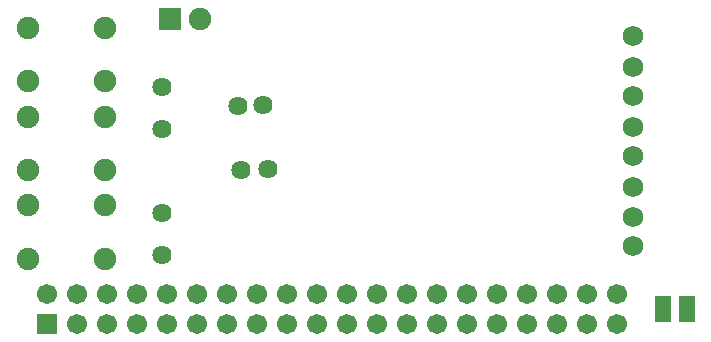
<source format=gbs>
G04 Layer: BottomSolderMaskLayer*
G04 EasyEDA v6.5.48, 2025-02-15 11:51:11*
G04 2cfd3feb97a147399bdab27a3ee501b3,839f2ca7e4414f50b7487098226930c6,10*
G04 Gerber Generator version 0.2*
G04 Scale: 100 percent, Rotated: No, Reflected: No *
G04 Dimensions in millimeters *
G04 leading zeros omitted , absolute positions ,4 integer and 5 decimal *
%FSLAX45Y45*%
%MOMM*%

%AMMACRO1*4,1,8,-0.8211,-0.8508,-0.8508,-0.8208,-0.8508,0.8211,-0.8211,0.8508,0.8208,0.8508,0.8508,0.8211,0.8508,-0.8208,0.8208,-0.8508,-0.8211,-0.8508,0*%
%AMMACRO2*4,1,8,-0.6205,-1.1303,-0.6502,-1.1003,-0.6502,1.1006,-0.6205,1.1303,0.6203,1.1303,0.6502,1.1006,0.6502,-1.1003,0.6203,-1.1303,-0.6205,-1.1303,0*%
%AMMACRO3*4,1,8,-0.921,-0.9507,-0.9507,-0.9207,-0.9507,0.921,-0.921,0.9507,0.9207,0.9507,0.9507,0.921,0.9507,-0.9207,0.9207,-0.9507,-0.921,-0.9507,0*%
%ADD10C,1.7016*%
%ADD11MACRO1*%
%ADD12MACRO2*%
%ADD13C,1.6256*%
%ADD14C,1.9016*%
%ADD15MACRO3*%
%ADD16C,1.7272*%

%LPD*%
D10*
G01*
X5663006Y476986D03*
G01*
X5663006Y222986D03*
G01*
X5409006Y476986D03*
G01*
X5409006Y222986D03*
G01*
X5155006Y476986D03*
G01*
X5155006Y222986D03*
G01*
X4901006Y476986D03*
G01*
X4901006Y222986D03*
G01*
X4647006Y476986D03*
G01*
X4647006Y222986D03*
G01*
X4393006Y476986D03*
G01*
X4393006Y222986D03*
G01*
X4139006Y476986D03*
G01*
X4139006Y222986D03*
G01*
X3885006Y476986D03*
G01*
X3885006Y222986D03*
G01*
X3631006Y476986D03*
G01*
X3631006Y222986D03*
G01*
X3377006Y476986D03*
G01*
X3377006Y222986D03*
G01*
X3123006Y476986D03*
G01*
X3123006Y222986D03*
G01*
X2869006Y476986D03*
G01*
X2869006Y222986D03*
G01*
X2615006Y476986D03*
G01*
X2615006Y222986D03*
G01*
X2361006Y476986D03*
G01*
X2361006Y222986D03*
G01*
X2107006Y476986D03*
G01*
X2107006Y222986D03*
G01*
X1853006Y476986D03*
G01*
X1853006Y222986D03*
G01*
X1599006Y476986D03*
G01*
X1599006Y222986D03*
G01*
X1345006Y476986D03*
G01*
X1345006Y222986D03*
G01*
X1091006Y476986D03*
G01*
X1091006Y222986D03*
G01*
X837006Y476986D03*
D11*
G01*
X836993Y222999D03*
D12*
G01*
X6249060Y349986D03*
G01*
X6050940Y349986D03*
D13*
G01*
X1806447Y2223770D03*
G01*
X1806447Y1868170D03*
G01*
X1806447Y1156970D03*
G01*
X1806447Y801370D03*
D14*
G01*
X2126995Y2799994D03*
D15*
G01*
X1872996Y2799994D03*
D14*
G01*
X1324990Y1224991D03*
G01*
X675004Y1224991D03*
G01*
X1324990Y775004D03*
G01*
X675004Y775004D03*
G01*
X1324990Y1974977D03*
G01*
X675004Y1974977D03*
G01*
X1324990Y1524990D03*
G01*
X675004Y1524990D03*
G01*
X1324990Y2724988D03*
G01*
X675004Y2724988D03*
G01*
X1324990Y2275001D03*
G01*
X675004Y2275001D03*
D13*
G01*
X2478201Y1525625D03*
G01*
X2701493Y1535328D03*
G01*
X2666009Y2078736D03*
G01*
X2454681Y2064638D03*
D16*
G01*
X5799988Y2659989D03*
G01*
X5799988Y879982D03*
G01*
X5799988Y2399969D03*
G01*
X5799988Y1129969D03*
G01*
X5799988Y1379981D03*
G01*
X5799988Y1639976D03*
G01*
X5799988Y1889988D03*
G01*
X5799988Y2149982D03*
M02*

</source>
